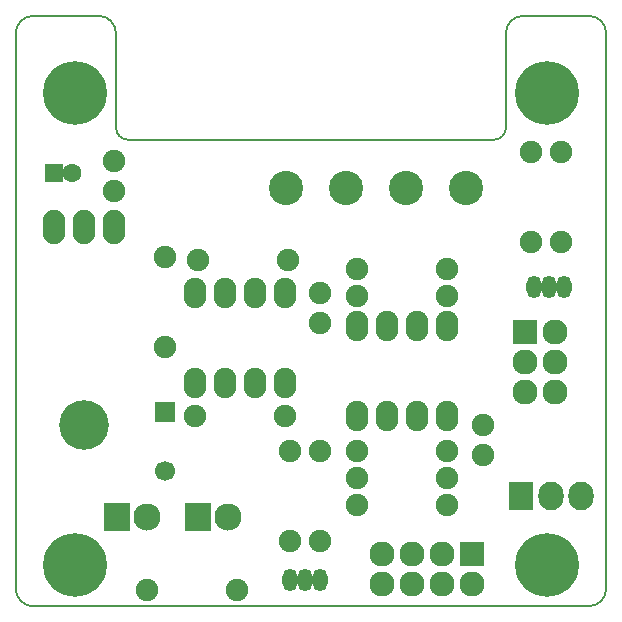
<source format=gbs>
G04 #@! TF.FileFunction,Soldermask,Bot*
%FSLAX46Y46*%
G04 Gerber Fmt 4.6, Leading zero omitted, Abs format (unit mm)*
G04 Created by KiCad (PCBNEW 4.0.7-e2-6376~58~ubuntu16.04.1) date Wed Jul 25 09:27:13 2018*
%MOMM*%
%LPD*%
G01*
G04 APERTURE LIST*
%ADD10C,0.100000*%
%ADD11C,0.150000*%
%ADD12O,1.901140X2.599640*%
%ADD13C,2.900000*%
%ADD14C,5.400000*%
%ADD15R,2.127200X2.127200*%
%ADD16O,2.127200X2.127200*%
%ADD17C,1.901140*%
%ADD18R,1.600000X1.600000*%
%ADD19C,1.600000*%
%ADD20C,1.900000*%
%ADD21R,2.127200X2.432000*%
%ADD22O,2.127200X2.432000*%
%ADD23O,1.299160X1.901140*%
%ADD24O,1.901140X2.899360*%
%ADD25C,4.199840*%
%ADD26R,2.300000X2.400000*%
%ADD27C,2.300000*%
%ADD28R,1.700000X1.700000*%
%ADD29C,1.700000*%
G04 APERTURE END LIST*
D10*
D11*
X161950000Y-95350000D02*
X161950000Y-103350000D01*
X168950000Y-93850000D02*
X163450000Y-93850000D01*
X127450000Y-93850000D02*
X121950000Y-93850000D01*
X128950000Y-103350000D02*
X128950000Y-95350000D01*
X160950000Y-104350000D02*
X129950000Y-104350000D01*
X160950000Y-104350000D02*
G75*
G03X161950000Y-103350000I0J1000000D01*
G01*
X128950000Y-103350000D02*
G75*
G03X129950000Y-104350000I1000000J0D01*
G01*
X128950000Y-95350000D02*
G75*
G03X127450000Y-93850000I-1500000J0D01*
G01*
X163450000Y-93850000D02*
G75*
G03X161950000Y-95350000I0J-1500000D01*
G01*
X120450000Y-95350000D02*
X120450000Y-142350000D01*
X170450000Y-142350000D02*
X170450000Y-95350000D01*
X120450000Y-142350000D02*
G75*
G03X121950000Y-143850000I1500000J0D01*
G01*
X168950000Y-143850000D02*
G75*
G03X170450000Y-142350000I0J1500000D01*
G01*
X121950000Y-93850000D02*
G75*
G03X120450000Y-95350000I0J-1500000D01*
G01*
X170450000Y-95350000D02*
G75*
G03X168950000Y-93850000I-1500000J0D01*
G01*
X168950000Y-143850000D02*
X121950000Y-143850000D01*
D12*
X156972000Y-120142000D03*
X154432000Y-120142000D03*
X151892000Y-120142000D03*
X149352000Y-120142000D03*
X149352000Y-127762000D03*
X151892000Y-127762000D03*
X154432000Y-127762000D03*
X156972000Y-127762000D03*
D13*
X143330000Y-108450000D03*
X148410000Y-108450000D03*
X158570000Y-108450000D03*
X153490000Y-108450000D03*
D14*
X125450000Y-140350000D03*
X165450000Y-140350000D03*
X125450000Y-100350000D03*
D15*
X159050000Y-139450000D03*
D16*
X159050000Y-141990000D03*
X156510000Y-139450000D03*
X156510000Y-141990000D03*
X153970000Y-139450000D03*
X153970000Y-141990000D03*
X151430000Y-139450000D03*
X151430000Y-141990000D03*
D14*
X165450000Y-100350000D03*
D17*
X128778000Y-108712000D03*
X128778000Y-106172000D03*
X160020000Y-128524000D03*
X160020000Y-131064000D03*
D18*
X123710000Y-107188000D03*
D19*
X125210000Y-107188000D03*
D20*
X156972000Y-117602000D03*
X149352000Y-117602000D03*
D15*
X163576000Y-120650000D03*
D16*
X166116000Y-120650000D03*
X163576000Y-123190000D03*
X166116000Y-123190000D03*
X163576000Y-125730000D03*
X166116000Y-125730000D03*
D21*
X163195000Y-134493000D03*
D22*
X165735000Y-134493000D03*
X168275000Y-134493000D03*
D23*
X144907000Y-141605000D03*
X146177000Y-141605000D03*
X143637000Y-141605000D03*
D20*
X146177000Y-138303000D03*
X146177000Y-130683000D03*
X156972000Y-135255000D03*
X149352000Y-135255000D03*
X156972000Y-130683000D03*
X149352000Y-130683000D03*
X156972000Y-132969000D03*
X149352000Y-132969000D03*
D24*
X126238000Y-111760000D03*
X128778000Y-111760000D03*
X123698000Y-111760000D03*
D25*
X126238000Y-128524000D03*
D26*
X129032000Y-136271000D03*
D27*
X131572000Y-136271000D03*
D20*
X131572000Y-142494000D03*
X139192000Y-142494000D03*
X156972000Y-115316000D03*
X149352000Y-115316000D03*
D17*
X146177000Y-117348000D03*
X146177000Y-119888000D03*
D20*
X133096000Y-121920000D03*
X133096000Y-114300000D03*
D26*
X135890000Y-136271000D03*
D27*
X138430000Y-136271000D03*
D20*
X143510000Y-114554000D03*
X135890000Y-114554000D03*
X143256000Y-127762000D03*
X135636000Y-127762000D03*
D12*
X135636000Y-124968000D03*
X138176000Y-124968000D03*
X140716000Y-124968000D03*
X143256000Y-124968000D03*
X143256000Y-117348000D03*
X140716000Y-117348000D03*
X138176000Y-117348000D03*
X135636000Y-117348000D03*
D28*
X133096000Y-127381000D03*
D29*
X133096000Y-132381000D03*
D23*
X165608000Y-116840000D03*
X166878000Y-116840000D03*
X164338000Y-116840000D03*
D20*
X166624000Y-113030000D03*
X166624000Y-105410000D03*
X164084000Y-105410000D03*
X164084000Y-113030000D03*
X143637000Y-130683000D03*
X143637000Y-138303000D03*
M02*

</source>
